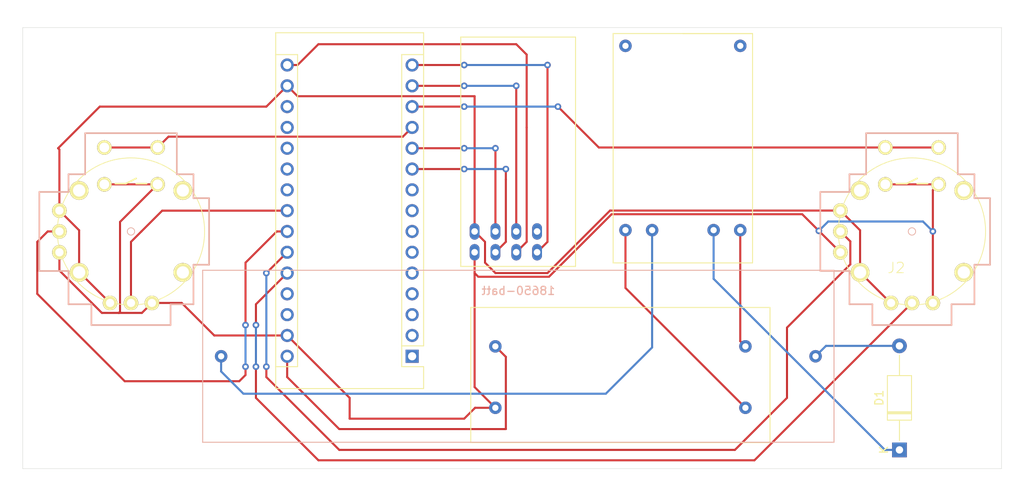
<source format=kicad_pcb>
(kicad_pcb (version 20171130) (host pcbnew 5.1.6-c6e7f7d~87~ubuntu18.04.1)

  (general
    (thickness 1.6)
    (drawings 4)
    (tracks 176)
    (zones 0)
    (modules 12)
    (nets 39)
  )

  (page A4)
  (layers
    (0 F.Cu signal)
    (31 B.Cu signal)
    (32 B.Adhes user)
    (33 F.Adhes user)
    (34 B.Paste user)
    (35 F.Paste user)
    (36 B.SilkS user)
    (37 F.SilkS user)
    (38 B.Mask user)
    (39 F.Mask user)
    (40 Dwgs.User user)
    (41 Cmts.User user)
    (42 Eco1.User user)
    (43 Eco2.User user)
    (44 Edge.Cuts user)
    (45 Margin user)
    (46 B.CrtYd user)
    (47 F.CrtYd user)
    (48 B.Fab user)
    (49 F.Fab user)
  )

  (setup
    (last_trace_width 0.25)
    (trace_clearance 0.2)
    (zone_clearance 0.508)
    (zone_45_only no)
    (trace_min 0.2)
    (via_size 0.8)
    (via_drill 0.4)
    (via_min_size 0.4)
    (via_min_drill 0.3)
    (uvia_size 0.3)
    (uvia_drill 0.1)
    (uvias_allowed no)
    (uvia_min_size 0.2)
    (uvia_min_drill 0.1)
    (edge_width 0.05)
    (segment_width 0.2)
    (pcb_text_width 0.3)
    (pcb_text_size 1.5 1.5)
    (mod_edge_width 0.12)
    (mod_text_size 1 1)
    (mod_text_width 0.15)
    (pad_size 1.524 1.524)
    (pad_drill 0.762)
    (pad_to_mask_clearance 0.05)
    (aux_axis_origin 0 0)
    (visible_elements FFFFFF7F)
    (pcbplotparams
      (layerselection 0x010fc_ffffffff)
      (usegerberextensions false)
      (usegerberattributes true)
      (usegerberadvancedattributes true)
      (creategerberjobfile true)
      (excludeedgelayer true)
      (linewidth 0.100000)
      (plotframeref false)
      (viasonmask false)
      (mode 1)
      (useauxorigin false)
      (hpglpennumber 1)
      (hpglpenspeed 20)
      (hpglpendiameter 15.000000)
      (psnegative false)
      (psa4output false)
      (plotreference true)
      (plotvalue true)
      (plotinvisibletext false)
      (padsonsilk false)
      (subtractmaskfromsilk false)
      (outputformat 1)
      (mirror false)
      (drillshape 1)
      (scaleselection 1)
      (outputdirectory ""))
  )

  (net 0 "")
  (net 1 "Net-(A1-Pad16)")
  (net 2 "Net-(A1-Pad15)")
  (net 3 "Net-(A1-Pad30)")
  (net 4 "Net-(A1-Pad14)")
  (net 5 "Net-(A1-Pad29)")
  (net 6 "Net-(A1-Pad13)")
  (net 7 "Net-(A1-Pad28)")
  (net 8 "Net-(A1-Pad12)")
  (net 9 "Net-(A1-Pad27)")
  (net 10 "Net-(A1-Pad11)")
  (net 11 "Net-(A1-Pad26)")
  (net 12 "Net-(A1-Pad10)")
  (net 13 "Net-(A1-Pad25)")
  (net 14 "Net-(A1-Pad9)")
  (net 15 "Net-(A1-Pad24)")
  (net 16 "Net-(A1-Pad8)")
  (net 17 "Net-(A1-Pad23)")
  (net 18 "Net-(A1-Pad7)")
  (net 19 "Net-(A1-Pad22)")
  (net 20 "Net-(A1-Pad6)")
  (net 21 "Net-(A1-Pad21)")
  (net 22 "Net-(A1-Pad5)")
  (net 23 "Net-(A1-Pad20)")
  (net 24 "Net-(A1-Pad4)")
  (net 25 "Net-(A1-Pad19)")
  (net 26 "Net-(A1-Pad3)")
  (net 27 "Net-(A1-Pad18)")
  (net 28 "Net-(A1-Pad2)")
  (net 29 "Net-(A1-Pad17)")
  (net 30 "Net-(A1-Pad1)")
  (net 31 "Net-(U2-Pad5)")
  (net 32 "Net-(U2-Pad3)")
  (net 33 "Net-(U2-Pad2)")
  (net 34 "Net-(U2-Pad1)")
  (net 35 "Net-(U1-Pad8)")
  (net 36 "Net-(U2-Pad6)")
  (net 37 "Net-(D1-Pad1)")
  (net 38 "Net-(D1-Pad2)")

  (net_class Default "This is the default net class."
    (clearance 0.2)
    (trace_width 0.25)
    (via_dia 0.8)
    (via_drill 0.4)
    (uvia_dia 0.3)
    (uvia_drill 0.1)
    (add_net "Net-(A1-Pad1)")
    (add_net "Net-(A1-Pad10)")
    (add_net "Net-(A1-Pad11)")
    (add_net "Net-(A1-Pad12)")
    (add_net "Net-(A1-Pad13)")
    (add_net "Net-(A1-Pad14)")
    (add_net "Net-(A1-Pad15)")
    (add_net "Net-(A1-Pad16)")
    (add_net "Net-(A1-Pad17)")
    (add_net "Net-(A1-Pad18)")
    (add_net "Net-(A1-Pad19)")
    (add_net "Net-(A1-Pad2)")
    (add_net "Net-(A1-Pad20)")
    (add_net "Net-(A1-Pad21)")
    (add_net "Net-(A1-Pad22)")
    (add_net "Net-(A1-Pad23)")
    (add_net "Net-(A1-Pad24)")
    (add_net "Net-(A1-Pad25)")
    (add_net "Net-(A1-Pad26)")
    (add_net "Net-(A1-Pad27)")
    (add_net "Net-(A1-Pad28)")
    (add_net "Net-(A1-Pad29)")
    (add_net "Net-(A1-Pad3)")
    (add_net "Net-(A1-Pad30)")
    (add_net "Net-(A1-Pad4)")
    (add_net "Net-(A1-Pad5)")
    (add_net "Net-(A1-Pad6)")
    (add_net "Net-(A1-Pad7)")
    (add_net "Net-(A1-Pad8)")
    (add_net "Net-(A1-Pad9)")
    (add_net "Net-(D1-Pad1)")
    (add_net "Net-(D1-Pad2)")
    (add_net "Net-(U1-Pad8)")
    (add_net "Net-(U2-Pad1)")
    (add_net "Net-(U2-Pad2)")
    (add_net "Net-(U2-Pad3)")
    (add_net "Net-(U2-Pad5)")
    (add_net "Net-(U2-Pad6)")
  )

  (module Diode_THT:D_A-405_P12.70mm_Horizontal (layer F.Cu) (tedit 5AE50CD5) (tstamp 5F6893B8)
    (at 200.406 125.73 90)
    (descr "Diode, A-405 series, Axial, Horizontal, pin pitch=12.7mm, , length*diameter=5.2*2.7mm^2, , http://www.diodes.com/_files/packages/A-405.pdf")
    (tags "Diode A-405 series Axial Horizontal pin pitch 12.7mm  length 5.2mm diameter 2.7mm")
    (path /5F6E4965)
    (fp_text reference D1 (at 6.35 -2.47 90) (layer F.SilkS)
      (effects (font (size 1 1) (thickness 0.15)))
    )
    (fp_text value D_Schottky (at 6.35 2.47 90) (layer F.Fab)
      (effects (font (size 1 1) (thickness 0.15)))
    )
    (fp_text user K (at 0 -1.9 90) (layer F.SilkS)
      (effects (font (size 1 1) (thickness 0.15)))
    )
    (fp_text user K (at 0 -1.9 90) (layer F.Fab)
      (effects (font (size 1 1) (thickness 0.15)))
    )
    (fp_text user %R (at 6.74 0 90) (layer F.Fab)
      (effects (font (size 1 1) (thickness 0.15)))
    )
    (fp_line (start 3.75 -1.35) (end 3.75 1.35) (layer F.Fab) (width 0.1))
    (fp_line (start 3.75 1.35) (end 8.95 1.35) (layer F.Fab) (width 0.1))
    (fp_line (start 8.95 1.35) (end 8.95 -1.35) (layer F.Fab) (width 0.1))
    (fp_line (start 8.95 -1.35) (end 3.75 -1.35) (layer F.Fab) (width 0.1))
    (fp_line (start 0 0) (end 3.75 0) (layer F.Fab) (width 0.1))
    (fp_line (start 12.7 0) (end 8.95 0) (layer F.Fab) (width 0.1))
    (fp_line (start 4.53 -1.35) (end 4.53 1.35) (layer F.Fab) (width 0.1))
    (fp_line (start 4.63 -1.35) (end 4.63 1.35) (layer F.Fab) (width 0.1))
    (fp_line (start 4.43 -1.35) (end 4.43 1.35) (layer F.Fab) (width 0.1))
    (fp_line (start 3.63 -1.47) (end 3.63 1.47) (layer F.SilkS) (width 0.12))
    (fp_line (start 3.63 1.47) (end 9.07 1.47) (layer F.SilkS) (width 0.12))
    (fp_line (start 9.07 1.47) (end 9.07 -1.47) (layer F.SilkS) (width 0.12))
    (fp_line (start 9.07 -1.47) (end 3.63 -1.47) (layer F.SilkS) (width 0.12))
    (fp_line (start 1.14 0) (end 3.63 0) (layer F.SilkS) (width 0.12))
    (fp_line (start 11.56 0) (end 9.07 0) (layer F.SilkS) (width 0.12))
    (fp_line (start 4.53 -1.47) (end 4.53 1.47) (layer F.SilkS) (width 0.12))
    (fp_line (start 4.65 -1.47) (end 4.65 1.47) (layer F.SilkS) (width 0.12))
    (fp_line (start 4.41 -1.47) (end 4.41 1.47) (layer F.SilkS) (width 0.12))
    (fp_line (start -1.15 -1.6) (end -1.15 1.6) (layer F.CrtYd) (width 0.05))
    (fp_line (start -1.15 1.6) (end 13.85 1.6) (layer F.CrtYd) (width 0.05))
    (fp_line (start 13.85 1.6) (end 13.85 -1.6) (layer F.CrtYd) (width 0.05))
    (fp_line (start 13.85 -1.6) (end -1.15 -1.6) (layer F.CrtYd) (width 0.05))
    (pad 2 thru_hole oval (at 12.7 0 90) (size 1.8 1.8) (drill 0.9) (layers *.Cu *.Mask)
      (net 38 "Net-(D1-Pad2)"))
    (pad 1 thru_hole rect (at 0 0 90) (size 1.8 1.8) (drill 0.9) (layers *.Cu *.Mask)
      (net 37 "Net-(D1-Pad1)"))
    (model ${KISYS3DMOD}/Diode_THT.3dshapes/D_A-405_P12.70mm_Horizontal.wrl
      (at (xyz 0 0 0))
      (scale (xyz 1 1 1))
      (rotate (xyz 0 0 0))
    )
  )

  (module cad-parts:18650-batt (layer B.Cu) (tedit 5F670EAD) (tstamp 5F684466)
    (at 153.924 114.3 180)
    (path /5F6CCA6F)
    (fp_text reference U4 (at 0.25 -3.25) (layer F.SilkS) hide
      (effects (font (size 1 1) (thickness 0.15)))
    )
    (fp_text value 18650-batt (at 0 8) (layer B.SilkS)
      (effects (font (size 1 1) (thickness 0.15)) (justify mirror))
    )
    (fp_line (start -38.5 10.5) (end 38.5 10.5) (layer B.SilkS) (width 0.12))
    (fp_line (start 38.5 10.5) (end 38.5 -10.5) (layer B.SilkS) (width 0.12))
    (fp_line (start 38.5 -10.5) (end -38.5 -10.5) (layer B.SilkS) (width 0.12))
    (fp_line (start -38.5 -10.5) (end -38.5 10.5) (layer B.SilkS) (width 0.12))
    (pad 2 thru_hole circle (at -36.25 0 180) (size 1.524 1.524) (drill 0.762) (layers *.Cu *.Mask)
      (net 38 "Net-(D1-Pad2)"))
    (pad 1 thru_hole circle (at 36.25 0 180) (size 1.524 1.524) (drill 0.762) (layers *.Cu *.Mask)
      (net 31 "Net-(U2-Pad5)"))
  )

  (module MountingHole:MountingHole_4mm (layer F.Cu) (tedit 56D1B4CB) (tstamp 5F67E8C6)
    (at 208.28 123.444)
    (descr "Mounting Hole 4mm, no annular")
    (tags "mounting hole 4mm no annular")
    (attr virtual)
    (fp_text reference REF** (at 0 -5) (layer F.SilkS) hide
      (effects (font (size 1 1) (thickness 0.15)))
    )
    (fp_text value MountingHole_4mm (at 0 5) (layer F.Fab)
      (effects (font (size 1 1) (thickness 0.15)))
    )
    (fp_circle (center 0 0) (end 4 0) (layer Cmts.User) (width 0.15))
    (fp_circle (center 0 0) (end 4.25 0) (layer F.CrtYd) (width 0.05))
    (fp_text user %R (at 0.3 0) (layer F.Fab)
      (effects (font (size 1 1) (thickness 0.15)))
    )
    (pad 1 np_thru_hole circle (at 0 0) (size 4 4) (drill 4) (layers *.Cu *.Mask))
  )

  (module MountingHole:MountingHole_4mm (layer F.Cu) (tedit 56D1B4CB) (tstamp 5F67E8A6)
    (at 208.28 78.74)
    (descr "Mounting Hole 4mm, no annular")
    (tags "mounting hole 4mm no annular")
    (attr virtual)
    (fp_text reference REF** (at -7.62 -0.508) (layer F.SilkS) hide
      (effects (font (size 1 1) (thickness 0.15)))
    )
    (fp_text value MountingHole_4mm (at 0 5) (layer F.Fab)
      (effects (font (size 1 1) (thickness 0.15)))
    )
    (fp_circle (center 0 0) (end 4 0) (layer Cmts.User) (width 0.15))
    (fp_circle (center 0 0) (end 4.25 0) (layer F.CrtYd) (width 0.05))
    (fp_text user %R (at 0.3 0) (layer F.Fab)
      (effects (font (size 1 1) (thickness 0.15)))
    )
    (pad 1 np_thru_hole circle (at 0 0) (size 4 4) (drill 4) (layers *.Cu *.Mask))
  )

  (module MountingHole:MountingHole_4mm (layer F.Cu) (tedit 56D1B4CB) (tstamp 5F67E8A6)
    (at 98.044 123.444)
    (descr "Mounting Hole 4mm, no annular")
    (tags "mounting hole 4mm no annular")
    (attr virtual)
    (fp_text reference REF** (at 0 -5) (layer F.SilkS) hide
      (effects (font (size 1 1) (thickness 0.15)))
    )
    (fp_text value MountingHole_4mm (at 0 5) (layer F.Fab)
      (effects (font (size 1 1) (thickness 0.15)))
    )
    (fp_circle (center 0 0) (end 4 0) (layer Cmts.User) (width 0.15))
    (fp_circle (center 0 0) (end 4.25 0) (layer F.CrtYd) (width 0.05))
    (fp_text user %R (at 0.3 0) (layer F.Fab)
      (effects (font (size 1 1) (thickness 0.15)))
    )
    (pad 1 np_thru_hole circle (at 0 0) (size 4 4) (drill 4) (layers *.Cu *.Mask))
  )

  (module MountingHole:MountingHole_4mm (layer F.Cu) (tedit 56D1B4CB) (tstamp 5F67E649)
    (at 98.044 78.74)
    (descr "Mounting Hole 4mm, no annular")
    (tags "mounting hole 4mm no annular")
    (attr virtual)
    (fp_text reference REF** (at 0 -5) (layer F.SilkS) hide
      (effects (font (size 1 1) (thickness 0.15)))
    )
    (fp_text value MountingHole_4mm (at 0 5) (layer F.Fab)
      (effects (font (size 1 1) (thickness 0.15)))
    )
    (fp_text user %R (at 0.3 0) (layer F.Fab)
      (effects (font (size 1 1) (thickness 0.15)))
    )
    (fp_circle (center 0 0) (end 4 0) (layer Cmts.User) (width 0.15))
    (fp_circle (center 0 0) (end 4.25 0) (layer F.CrtYd) (width 0.05))
    (pad 1 np_thru_hole circle (at 0 0) (size 4 4) (drill 4) (layers *.Cu *.Mask))
  )

  (module cad-parts:nRF24 (layer F.Cu) (tedit 5F66FAA4) (tstamp 5F67CB84)
    (at 152.4 100.33)
    (path /5F508671)
    (fp_text reference U1 (at -5.91 0 90) (layer F.SilkS) hide
      (effects (font (size 1 1) (thickness 0.15)))
    )
    (fp_text value nRF24 (at 0 -3.81) (layer F.Fab)
      (effects (font (size 1 1) (thickness 0.15)))
    )
    (fp_line (start -5.5 -25) (end 8.5 -25) (layer F.SilkS) (width 0.12))
    (fp_line (start -5.5 2.5) (end -5.5 -25) (layer F.SilkS) (width 0.12))
    (fp_line (start 8.5 3) (end 8.5 -25) (layer F.SilkS) (width 0.12))
    (fp_line (start -5.5 3) (end 8.5 3) (layer F.SilkS) (width 0.12))
    (fp_line (start -5.5 2.5) (end -5.5 3) (layer F.SilkS) (width 0.12))
    (fp_line (start -4.66 -2.52) (end 4.66 -2.52) (layer F.CrtYd) (width 0.05))
    (fp_line (start 4.66 -2.52) (end 4.66 2.52) (layer F.CrtYd) (width 0.05))
    (fp_line (start 4.66 2.52) (end -4.66 2.52) (layer F.CrtYd) (width 0.05))
    (fp_line (start -4.66 2.52) (end -4.66 -2.52) (layer F.CrtYd) (width 0.05))
    (pad 7 thru_hole oval (at 3.81 1.27) (size 1.2 2) (drill 0.8) (layers *.Cu *.Mask)
      (net 2 "Net-(A1-Pad15)"))
    (pad 8 thru_hole oval (at 3.81 -1.27) (size 1.2 2) (drill 0.8) (layers *.Cu *.Mask)
      (net 35 "Net-(U1-Pad8)"))
    (pad 5 thru_hole oval (at 1.27 1.27) (size 1.2 2) (drill 0.8) (layers *.Cu *.Mask)
      (net 1 "Net-(A1-Pad16)"))
    (pad 6 thru_hole oval (at 1.27 -1.27) (size 1.2 2) (drill 0.8) (layers *.Cu *.Mask)
      (net 4 "Net-(A1-Pad14)"))
    (pad 3 thru_hole oval (at -1.27 1.27) (size 1.2 2) (drill 0.8) (layers *.Cu *.Mask)
      (net 12 "Net-(A1-Pad10)"))
    (pad 4 thru_hole oval (at -1.27 -1.27) (size 1.2 2) (drill 0.8) (layers *.Cu *.Mask)
      (net 10 "Net-(A1-Pad11)"))
    (pad 1 thru_hole oval (at -3.81 1.27) (size 1.2 2) (drill 0.8) (layers *.Cu *.Mask)
      (net 5 "Net-(A1-Pad29)"))
    (pad 2 thru_hole oval (at -3.81 -1.27) (size 1.2 2) (drill 0.8) (layers *.Cu *.Mask)
      (net 29 "Net-(A1-Pad17)"))
  )

  (module cad-parts:dc-converter (layer F.Cu) (tedit 5F66F47D) (tstamp 5F67A875)
    (at 166.37 116.84)
    (path /5F69BA43)
    (fp_text reference U3 (at 0.5 1.5) (layer F.SilkS) hide
      (effects (font (size 1 1) (thickness 0.15)))
    )
    (fp_text value dc-converter (at 0.25 -1) (layer F.Fab)
      (effects (font (size 1 1) (thickness 0.15)))
    )
    (fp_line (start -18.25 -8.5) (end 18.25 -8.5) (layer F.SilkS) (width 0.12))
    (fp_line (start 18.25 -8.5) (end 18.25 8) (layer F.SilkS) (width 0.12))
    (fp_line (start -18.25 -8.5) (end -18.25 8) (layer F.SilkS) (width 0.12))
    (fp_line (start -18.25 8) (end 18.25 8) (layer F.SilkS) (width 0.12))
    (pad 4 thru_hole circle (at -15.25 3.75) (size 1.524 1.524) (drill 0.762) (layers *.Cu *.Mask)
      (net 5 "Net-(A1-Pad29)"))
    (pad 3 thru_hole circle (at -15.25 -3.75) (size 1.524 1.524) (drill 0.762) (layers *.Cu *.Mask)
      (net 3 "Net-(A1-Pad30)"))
    (pad 2 thru_hole circle (at 15.25 3.75) (size 1.524 1.524) (drill 0.762) (layers *.Cu *.Mask)
      (net 36 "Net-(U2-Pad6)"))
    (pad 1 thru_hole circle (at 15.25 -3.75) (size 1.524 1.524) (drill 0.762) (layers *.Cu *.Mask)
      (net 32 "Net-(U2-Pad3)"))
  )

  (module cad-parts:TC4056A-MOD (layer F.Cu) (tedit 5F66FC85) (tstamp 5F678EC7)
    (at 173.99 88.9)
    (path /5F679D5C)
    (fp_text reference U2 (at 0.254 -11.684) (layer F.SilkS) hide
      (effects (font (size 1 1) (thickness 0.15)))
    )
    (fp_text value TC4056-MOD (at 0 -17.25) (layer F.Fab)
      (effects (font (size 1 1) (thickness 0.15)))
    )
    (fp_line (start 0 -14) (end 8.5 -14) (layer F.SilkS) (width 0.12))
    (fp_line (start 8.5 -14) (end 0 -14) (layer F.SilkS) (width 0.12))
    (fp_line (start 0 -14) (end -8.5 -14) (layer F.SilkS) (width 0.12))
    (fp_line (start -8.5 -14) (end -8.5 14) (layer F.SilkS) (width 0.12))
    (fp_line (start 8.5 -14) (end 8.5 14) (layer F.SilkS) (width 0.12))
    (fp_line (start 8.5 14) (end -8.5 14) (layer F.SilkS) (width 0.12))
    (pad 5 thru_hole circle (at -3.75 10) (size 1.524 1.524) (drill 0.762) (layers *.Cu *.Mask)
      (net 31 "Net-(U2-Pad5)"))
    (pad 6 thru_hole circle (at -7 10) (size 1.524 1.524) (drill 0.762) (layers *.Cu *.Mask)
      (net 36 "Net-(U2-Pad6)"))
    (pad 4 thru_hole circle (at 3.75 10) (size 1.524 1.524) (drill 0.762) (layers *.Cu *.Mask)
      (net 37 "Net-(D1-Pad1)"))
    (pad 3 thru_hole circle (at 7 10) (size 1.524 1.524) (drill 0.762) (layers *.Cu *.Mask)
      (net 32 "Net-(U2-Pad3)"))
    (pad 2 thru_hole circle (at 7 -12.5) (size 1.524 1.524) (drill 0.762) (layers *.Cu *.Mask)
      (net 33 "Net-(U2-Pad2)"))
    (pad 1 thru_hole circle (at -7 -12.5) (size 1.524 1.524) (drill 0.762) (layers *.Cu *.Mask)
      (net 34 "Net-(U2-Pad1)"))
  )

  (module Module:Arduino_Nano (layer F.Cu) (tedit 58ACAF70) (tstamp 5F50ECE2)
    (at 140.97 114.3 180)
    (descr "Arduino Nano, http://www.mouser.com/pdfdocs/Gravitech_Arduino_Nano3_0.pdf")
    (tags "Arduino Nano")
    (path /5F50914A)
    (fp_text reference A1 (at 7.62 -5.08) (layer F.SilkS) hide
      (effects (font (size 1 1) (thickness 0.15)))
    )
    (fp_text value Arduino_Nano_v2.x (at 8.89 19.05 90) (layer F.Fab)
      (effects (font (size 1 1) (thickness 0.15)))
    )
    (fp_line (start 1.27 1.27) (end 1.27 -1.27) (layer F.SilkS) (width 0.12))
    (fp_line (start 1.27 -1.27) (end -1.4 -1.27) (layer F.SilkS) (width 0.12))
    (fp_line (start -1.4 1.27) (end -1.4 39.5) (layer F.SilkS) (width 0.12))
    (fp_line (start -1.4 -3.94) (end -1.4 -1.27) (layer F.SilkS) (width 0.12))
    (fp_line (start 13.97 -1.27) (end 16.64 -1.27) (layer F.SilkS) (width 0.12))
    (fp_line (start 13.97 -1.27) (end 13.97 36.83) (layer F.SilkS) (width 0.12))
    (fp_line (start 13.97 36.83) (end 16.64 36.83) (layer F.SilkS) (width 0.12))
    (fp_line (start 1.27 1.27) (end -1.4 1.27) (layer F.SilkS) (width 0.12))
    (fp_line (start 1.27 1.27) (end 1.27 36.83) (layer F.SilkS) (width 0.12))
    (fp_line (start 1.27 36.83) (end -1.4 36.83) (layer F.SilkS) (width 0.12))
    (fp_line (start 3.81 31.75) (end 11.43 31.75) (layer F.Fab) (width 0.1))
    (fp_line (start 11.43 31.75) (end 11.43 41.91) (layer F.Fab) (width 0.1))
    (fp_line (start 11.43 41.91) (end 3.81 41.91) (layer F.Fab) (width 0.1))
    (fp_line (start 3.81 41.91) (end 3.81 31.75) (layer F.Fab) (width 0.1))
    (fp_line (start -1.4 39.5) (end 16.64 39.5) (layer F.SilkS) (width 0.12))
    (fp_line (start 16.64 39.5) (end 16.64 -3.94) (layer F.SilkS) (width 0.12))
    (fp_line (start 16.64 -3.94) (end -1.4 -3.94) (layer F.SilkS) (width 0.12))
    (fp_line (start 16.51 39.37) (end -1.27 39.37) (layer F.Fab) (width 0.1))
    (fp_line (start -1.27 39.37) (end -1.27 -2.54) (layer F.Fab) (width 0.1))
    (fp_line (start -1.27 -2.54) (end 0 -3.81) (layer F.Fab) (width 0.1))
    (fp_line (start 0 -3.81) (end 16.51 -3.81) (layer F.Fab) (width 0.1))
    (fp_line (start 16.51 -3.81) (end 16.51 39.37) (layer F.Fab) (width 0.1))
    (fp_line (start -1.53 -4.06) (end 16.75 -4.06) (layer F.CrtYd) (width 0.05))
    (fp_line (start -1.53 -4.06) (end -1.53 42.16) (layer F.CrtYd) (width 0.05))
    (fp_line (start 16.75 42.16) (end 16.75 -4.06) (layer F.CrtYd) (width 0.05))
    (fp_line (start 16.75 42.16) (end -1.53 42.16) (layer F.CrtYd) (width 0.05))
    (fp_text user %R (at 6.35 19.05 90) (layer F.Fab)
      (effects (font (size 1 1) (thickness 0.15)))
    )
    (pad 16 thru_hole oval (at 15.24 35.56 180) (size 1.6 1.6) (drill 1) (layers *.Cu *.Mask)
      (net 1 "Net-(A1-Pad16)"))
    (pad 15 thru_hole oval (at 0 35.56 180) (size 1.6 1.6) (drill 1) (layers *.Cu *.Mask)
      (net 2 "Net-(A1-Pad15)"))
    (pad 30 thru_hole oval (at 15.24 0 180) (size 1.6 1.6) (drill 1) (layers *.Cu *.Mask)
      (net 3 "Net-(A1-Pad30)"))
    (pad 14 thru_hole oval (at 0 33.02 180) (size 1.6 1.6) (drill 1) (layers *.Cu *.Mask)
      (net 4 "Net-(A1-Pad14)"))
    (pad 29 thru_hole oval (at 15.24 2.54 180) (size 1.6 1.6) (drill 1) (layers *.Cu *.Mask)
      (net 5 "Net-(A1-Pad29)"))
    (pad 13 thru_hole oval (at 0 30.48 180) (size 1.6 1.6) (drill 1) (layers *.Cu *.Mask)
      (net 6 "Net-(A1-Pad13)"))
    (pad 28 thru_hole oval (at 15.24 5.08 180) (size 1.6 1.6) (drill 1) (layers *.Cu *.Mask)
      (net 7 "Net-(A1-Pad28)"))
    (pad 12 thru_hole oval (at 0 27.94 180) (size 1.6 1.6) (drill 1) (layers *.Cu *.Mask)
      (net 8 "Net-(A1-Pad12)"))
    (pad 27 thru_hole oval (at 15.24 7.62 180) (size 1.6 1.6) (drill 1) (layers *.Cu *.Mask)
      (net 9 "Net-(A1-Pad27)"))
    (pad 11 thru_hole oval (at 0 25.4 180) (size 1.6 1.6) (drill 1) (layers *.Cu *.Mask)
      (net 10 "Net-(A1-Pad11)"))
    (pad 26 thru_hole oval (at 15.24 10.16 180) (size 1.6 1.6) (drill 1) (layers *.Cu *.Mask)
      (net 11 "Net-(A1-Pad26)"))
    (pad 10 thru_hole oval (at 0 22.86 180) (size 1.6 1.6) (drill 1) (layers *.Cu *.Mask)
      (net 12 "Net-(A1-Pad10)"))
    (pad 25 thru_hole oval (at 15.24 12.7 180) (size 1.6 1.6) (drill 1) (layers *.Cu *.Mask)
      (net 13 "Net-(A1-Pad25)"))
    (pad 9 thru_hole oval (at 0 20.32 180) (size 1.6 1.6) (drill 1) (layers *.Cu *.Mask)
      (net 14 "Net-(A1-Pad9)"))
    (pad 24 thru_hole oval (at 15.24 15.24 180) (size 1.6 1.6) (drill 1) (layers *.Cu *.Mask)
      (net 15 "Net-(A1-Pad24)"))
    (pad 8 thru_hole oval (at 0 17.78 180) (size 1.6 1.6) (drill 1) (layers *.Cu *.Mask)
      (net 16 "Net-(A1-Pad8)"))
    (pad 23 thru_hole oval (at 15.24 17.78 180) (size 1.6 1.6) (drill 1) (layers *.Cu *.Mask)
      (net 17 "Net-(A1-Pad23)"))
    (pad 7 thru_hole oval (at 0 15.24 180) (size 1.6 1.6) (drill 1) (layers *.Cu *.Mask)
      (net 18 "Net-(A1-Pad7)"))
    (pad 22 thru_hole oval (at 15.24 20.32 180) (size 1.6 1.6) (drill 1) (layers *.Cu *.Mask)
      (net 19 "Net-(A1-Pad22)"))
    (pad 6 thru_hole oval (at 0 12.7 180) (size 1.6 1.6) (drill 1) (layers *.Cu *.Mask)
      (net 20 "Net-(A1-Pad6)"))
    (pad 21 thru_hole oval (at 15.24 22.86 180) (size 1.6 1.6) (drill 1) (layers *.Cu *.Mask)
      (net 21 "Net-(A1-Pad21)"))
    (pad 5 thru_hole oval (at 0 10.16 180) (size 1.6 1.6) (drill 1) (layers *.Cu *.Mask)
      (net 22 "Net-(A1-Pad5)"))
    (pad 20 thru_hole oval (at 15.24 25.4 180) (size 1.6 1.6) (drill 1) (layers *.Cu *.Mask)
      (net 23 "Net-(A1-Pad20)"))
    (pad 4 thru_hole oval (at 0 7.62 180) (size 1.6 1.6) (drill 1) (layers *.Cu *.Mask)
      (net 24 "Net-(A1-Pad4)"))
    (pad 19 thru_hole oval (at 15.24 27.94 180) (size 1.6 1.6) (drill 1) (layers *.Cu *.Mask)
      (net 25 "Net-(A1-Pad19)"))
    (pad 3 thru_hole oval (at 0 5.08 180) (size 1.6 1.6) (drill 1) (layers *.Cu *.Mask)
      (net 26 "Net-(A1-Pad3)"))
    (pad 18 thru_hole oval (at 15.24 30.48 180) (size 1.6 1.6) (drill 1) (layers *.Cu *.Mask)
      (net 27 "Net-(A1-Pad18)"))
    (pad 2 thru_hole oval (at 0 2.54 180) (size 1.6 1.6) (drill 1) (layers *.Cu *.Mask)
      (net 28 "Net-(A1-Pad2)"))
    (pad 17 thru_hole oval (at 15.24 33.02 180) (size 1.6 1.6) (drill 1) (layers *.Cu *.Mask)
      (net 29 "Net-(A1-Pad17)"))
    (pad 1 thru_hole rect (at 0 0 180) (size 1.6 1.6) (drill 1) (layers *.Cu *.Mask)
      (net 30 "Net-(A1-Pad1)"))
    (model ${KISYS3DMOD}/Module.3dshapes/Arduino_Nano_WithMountingHoles.wrl
      (at (xyz 0 0 0))
      (scale (xyz 1 1 1))
      (rotate (xyz 0 0 0))
    )
  )

  (module cad-parts:JOYSTICK-ALPS (layer F.Cu) (tedit 5F508F32) (tstamp 5F50F288)
    (at 106.68 99.06)
    (path /5F50A4B2)
    (attr virtual)
    (fp_text reference J1 (at -1.905 4.445) (layer B.SilkS) hide
      (effects (font (size 1.27 1.27) (thickness 0.1016)))
    )
    (fp_text value JOYSTICK-ALPS (at -0.254 1.524) (layer B.SilkS) hide
      (effects (font (size 1.27 1.27) (thickness 0.1016)))
    )
    (fp_circle (center 0 0) (end -6.35 6.35) (layer F.SilkS) (width 0.1016))
    (fp_circle (center 0 0) (end -0.3175 0.3175) (layer B.SilkS) (width 0.1016))
    (fp_line (start 0.635 -5.84) (end 1.905 -5.84) (layer F.SilkS) (width 0.2032))
    (fp_line (start -0.635 -5.84) (end 0.635 -6.475) (layer F.SilkS) (width 0.2032))
    (fp_line (start -1.905 -5.84) (end -0.635 -5.84) (layer F.SilkS) (width 0.2032))
    (fp_line (start -7.62 4.826) (end -7.62 8.89) (layer B.SilkS) (width 0.2032))
    (fp_line (start -7.62 -4.826) (end -7.62 -6.985) (layer B.SilkS) (width 0.2032))
    (fp_line (start -11.176 -4.826) (end -11.176 4.826) (layer B.SilkS) (width 0.2032))
    (fp_line (start -7.62 4.826) (end -11.176 4.826) (layer B.SilkS) (width 0.2032))
    (fp_line (start -7.62 -4.826) (end -11.176 -4.826) (layer B.SilkS) (width 0.2032))
    (fp_line (start -5.588 -12) (end -5.588 -6.985) (layer B.SilkS) (width 0.2032))
    (fp_line (start 5.588 -12) (end 5.588 -6.985) (layer B.SilkS) (width 0.2032))
    (fp_line (start -5.588 -6.985) (end -7.62 -6.985) (layer B.SilkS) (width 0.2032))
    (fp_line (start 7.62 -6.985) (end 5.588 -6.985) (layer B.SilkS) (width 0.2032))
    (fp_line (start 7.62 4.064) (end 9.525 4.064) (layer B.SilkS) (width 0.2032))
    (fp_line (start 7.62 -4.064) (end 9.525 -4.064) (layer B.SilkS) (width 0.2032))
    (fp_line (start 7.62 4.064) (end 7.62 8.89) (layer B.SilkS) (width 0.2032))
    (fp_line (start 7.62 -4.064) (end 7.62 -6.985) (layer B.SilkS) (width 0.2032))
    (fp_line (start 9.525 -4.064) (end 9.525 4.064) (layer B.SilkS) (width 0.2032))
    (fp_line (start -4.826 8.89) (end -7.62 8.89) (layer B.SilkS) (width 0.2032))
    (fp_line (start 4.826 8.89) (end 7.62 8.89) (layer B.SilkS) (width 0.2032))
    (fp_line (start -4.826 11.43) (end -4.826 8.89) (layer B.SilkS) (width 0.2032))
    (fp_line (start 4.826 11.43) (end 4.826 8.89) (layer B.SilkS) (width 0.2032))
    (fp_line (start 4.826 11.43) (end -4.826 11.43) (layer B.SilkS) (width 0.2032))
    (fp_line (start 5.588 -12) (end -5.588 -12) (layer B.SilkS) (width 0.2032))
    (pad 4 thru_hole circle (at -8.73 2.55) (size 1.778 1.778) (drill 1) (layers *.Cu F.Paste F.SilkS F.Mask)
      (net 5 "Net-(A1-Pad29)"))
    (pad 1 thru_hole circle (at -8.73 0) (size 1.778 1.778) (drill 1) (layers *.Cu F.Paste F.SilkS F.Mask)
      (net 15 "Net-(A1-Pad24)"))
    (pad 0 thru_hole circle (at -8.732 -2.55) (size 1.778 1.778) (drill 1) (layers *.Cu F.Paste F.SilkS F.Mask)
      (net 29 "Net-(A1-Pad17)"))
    (pad MOUN thru_hole circle (at 6.325 -5) (size 2.286 2.286) (drill 1.5) (layers *.Cu F.Paste F.SilkS F.Mask))
    (pad MOUN thru_hole circle (at 6.325 5) (size 2.286 2.286) (drill 1.5) (layers *.Cu F.Paste F.SilkS F.Mask))
    (pad 0 thru_hole circle (at -6.325 5) (size 2.286 2.286) (drill 1.5) (layers *.Cu F.Paste F.SilkS F.Mask)
      (net 29 "Net-(A1-Pad17)"))
    (pad MOUN thru_hole circle (at -6.325 -5) (size 2.286 2.286) (drill 1.5) (layers *.Cu F.Paste F.SilkS F.Mask))
    (pad 4 thru_hole circle (at 2.55 8.73) (size 1.778 1.778) (drill 1) (layers *.Cu F.Paste F.SilkS F.Mask)
      (net 5 "Net-(A1-Pad29)"))
    (pad 2 thru_hole circle (at 0 8.73) (size 1.778 1.778) (drill 1) (layers *.Cu F.Paste F.SilkS F.Mask)
      (net 17 "Net-(A1-Pad23)"))
    (pad 0 thru_hole circle (at -2.55 8.73) (size 1.778 1.778) (drill 1) (layers *.Cu F.Paste F.SilkS F.Mask)
      (net 29 "Net-(A1-Pad17)"))
    (pad 4 thru_hole circle (at 3.25 -5.75) (size 1.778 1.778) (drill 1.2) (layers *.Cu F.Paste F.SilkS F.Mask)
      (net 5 "Net-(A1-Pad29)"))
    (pad 4 thru_hole circle (at -3.25 -5.75) (size 1.778 1.778) (drill 1.2) (layers *.Cu F.Paste F.SilkS F.Mask)
      (net 5 "Net-(A1-Pad29)"))
    (pad 3 thru_hole circle (at 3.25 -10.25) (size 1.778 1.778) (drill 1.2) (layers *.Cu F.Paste F.SilkS F.Mask)
      (net 8 "Net-(A1-Pad12)"))
    (pad 3 thru_hole circle (at -3.25 -10.25) (size 1.778 1.778) (drill 1.2) (layers *.Cu F.Paste F.SilkS F.Mask)
      (net 8 "Net-(A1-Pad12)"))
  )

  (module cad-parts:JOYSTICK-ALPS (layer F.Cu) (tedit 5F51AB0B) (tstamp 5F51ACDE)
    (at 201.93 99.06)
    (path /5F510B0B)
    (attr virtual)
    (fp_text reference J2 (at -1.905 4.445) (layer F.SilkS)
      (effects (font (size 1.27 1.27) (thickness 0.1016)))
    )
    (fp_text value JOYSTICK-ALPS (at -1.27 5.715) (layer F.SilkS) hide
      (effects (font (size 1.27 1.27) (thickness 0.1016)))
    )
    (fp_circle (center 0 0) (end -6.35 6.35) (layer F.SilkS) (width 0.1016))
    (fp_circle (center 0 0) (end -0.3175 0.3175) (layer B.SilkS) (width 0.1016))
    (fp_line (start 0.635 -5.84) (end 1.905 -5.84) (layer F.SilkS) (width 0.2032))
    (fp_line (start -0.635 -5.84) (end 0.635 -6.475) (layer F.SilkS) (width 0.2032))
    (fp_line (start -1.905 -5.84) (end -0.635 -5.84) (layer F.SilkS) (width 0.2032))
    (fp_line (start -7.62 4.826) (end -7.62 8.89) (layer B.SilkS) (width 0.2032))
    (fp_line (start -7.62 -4.826) (end -7.62 -6.985) (layer B.SilkS) (width 0.2032))
    (fp_line (start -11.176 -4.826) (end -11.176 4.826) (layer B.SilkS) (width 0.2032))
    (fp_line (start -7.62 4.826) (end -11.176 4.826) (layer B.SilkS) (width 0.2032))
    (fp_line (start -7.62 -4.826) (end -11.176 -4.826) (layer B.SilkS) (width 0.2032))
    (fp_line (start -5.588 -12) (end -5.588 -6.985) (layer B.SilkS) (width 0.2032))
    (fp_line (start 5.588 -12) (end 5.588 -6.985) (layer B.SilkS) (width 0.2032))
    (fp_line (start -5.588 -6.985) (end -7.62 -6.985) (layer B.SilkS) (width 0.2032))
    (fp_line (start 7.62 -6.985) (end 5.588 -6.985) (layer B.SilkS) (width 0.2032))
    (fp_line (start 7.62 4.064) (end 9.525 4.064) (layer B.SilkS) (width 0.2032))
    (fp_line (start 7.62 -4.064) (end 9.525 -4.064) (layer B.SilkS) (width 0.2032))
    (fp_line (start 7.62 4.064) (end 7.62 8.89) (layer B.SilkS) (width 0.2032))
    (fp_line (start 7.62 -4.064) (end 7.62 -6.985) (layer B.SilkS) (width 0.2032))
    (fp_line (start 9.525 -4.064) (end 9.525 4.064) (layer B.SilkS) (width 0.2032))
    (fp_line (start -4.826 8.89) (end -7.62 8.89) (layer B.SilkS) (width 0.2032))
    (fp_line (start 4.826 8.89) (end 7.62 8.89) (layer B.SilkS) (width 0.2032))
    (fp_line (start -4.826 11.43) (end -4.826 8.89) (layer B.SilkS) (width 0.2032))
    (fp_line (start 4.826 11.43) (end 4.826 8.89) (layer B.SilkS) (width 0.2032))
    (fp_line (start 4.826 11.43) (end -4.826 11.43) (layer B.SilkS) (width 0.2032))
    (fp_line (start 5.588 -12) (end -5.588 -12) (layer B.SilkS) (width 0.2032))
    (pad 4 thru_hole circle (at -8.73 2.55) (size 1.778 1.778) (drill 1) (layers *.Cu F.Paste F.SilkS F.Mask)
      (net 5 "Net-(A1-Pad29)"))
    (pad 1 thru_hole circle (at -8.73 0) (size 1.778 1.778) (drill 1) (layers *.Cu F.Paste F.SilkS F.Mask)
      (net 13 "Net-(A1-Pad25)"))
    (pad 0 thru_hole circle (at -8.732 -2.55) (size 1.778 1.778) (drill 1) (layers *.Cu F.Paste F.SilkS F.Mask)
      (net 29 "Net-(A1-Pad17)"))
    (pad MOUN thru_hole circle (at 6.325 -5) (size 2.286 2.286) (drill 1.5) (layers *.Cu F.Paste F.SilkS F.Mask))
    (pad MOUN thru_hole circle (at 6.325 5) (size 2.286 2.286) (drill 1.5) (layers *.Cu F.Paste F.SilkS F.Mask))
    (pad 0 thru_hole circle (at -6.325 5) (size 2.286 2.286) (drill 1.5) (layers *.Cu F.Paste F.SilkS F.Mask)
      (net 29 "Net-(A1-Pad17)"))
    (pad MOUN thru_hole circle (at -6.325 -5) (size 2.286 2.286) (drill 1.5) (layers *.Cu F.Paste F.SilkS F.Mask))
    (pad 4 thru_hole circle (at 2.55 8.73) (size 1.778 1.778) (drill 1) (layers *.Cu F.Paste F.SilkS F.Mask)
      (net 5 "Net-(A1-Pad29)"))
    (pad 2 thru_hole circle (at 0 8.73) (size 1.778 1.778) (drill 1) (layers *.Cu F.Paste F.SilkS F.Mask)
      (net 11 "Net-(A1-Pad26)"))
    (pad 0 thru_hole circle (at -2.55 8.73) (size 1.778 1.778) (drill 1) (layers *.Cu F.Paste F.SilkS F.Mask)
      (net 29 "Net-(A1-Pad17)"))
    (pad 4 thru_hole circle (at 3.25 -5.75) (size 1.778 1.778) (drill 1.2) (layers *.Cu F.Paste F.SilkS F.Mask)
      (net 5 "Net-(A1-Pad29)"))
    (pad 4 thru_hole circle (at -3.25 -5.75) (size 1.778 1.778) (drill 1.2) (layers *.Cu F.Paste F.SilkS F.Mask)
      (net 5 "Net-(A1-Pad29)"))
    (pad 3 thru_hole circle (at 3.25 -10.25) (size 1.778 1.778) (drill 1.2) (layers *.Cu F.Paste F.SilkS F.Mask)
      (net 6 "Net-(A1-Pad13)"))
    (pad 3 thru_hole circle (at -3.25 -10.25) (size 1.778 1.778) (drill 1.2) (layers *.Cu F.Paste F.SilkS F.Mask)
      (net 6 "Net-(A1-Pad13)"))
  )

  (gr_line (start 93.472 128.016) (end 93.472 74.168) (layer Edge.Cuts) (width 0.05))
  (gr_line (start 212.852 128.016) (end 93.472 128.016) (layer Edge.Cuts) (width 0.05))
  (gr_line (start 212.852 74.168) (end 212.852 128.016) (layer Edge.Cuts) (width 0.05))
  (gr_line (start 93.472 74.168) (end 212.852 74.168) (layer Edge.Cuts) (width 0.05))

  (segment (start 153.67 101.6) (end 154.94 100.33) (width 0.25) (layer F.Cu) (net 1))
  (segment (start 154.94 100.33) (end 154.94 86.36) (width 0.25) (layer F.Cu) (net 1))
  (segment (start 154.94 86.36) (end 154.94 78.74) (width 0.25) (layer F.Cu) (net 1))
  (segment (start 154.94 78.74) (end 154.94 77.47) (width 0.25) (layer F.Cu) (net 1))
  (segment (start 154.94 77.47) (end 153.67 76.2) (width 0.25) (layer F.Cu) (net 1))
  (segment (start 125.73 78.74) (end 127 78.74) (width 0.25) (layer F.Cu) (net 1))
  (segment (start 127 78.74) (end 129.54 76.2) (width 0.25) (layer F.Cu) (net 1))
  (segment (start 129.54 76.2) (end 153.67 76.2) (width 0.25) (layer F.Cu) (net 1))
  (segment (start 156.21 101.6) (end 157.48 100.33) (width 0.25) (layer F.Cu) (net 2))
  (segment (start 157.48 100.33) (end 157.48 95.25) (width 0.25) (layer F.Cu) (net 2))
  (segment (start 157.48 95.25) (end 157.48 78.74) (width 0.25) (layer F.Cu) (net 2))
  (segment (start 140.97 78.74) (end 147.32 78.74) (width 0.25) (layer F.Cu) (net 2))
  (segment (start 157.48 78.74) (end 157.48 78.74) (width 0.25) (layer F.Cu) (net 2) (tstamp 5F67D397))
  (via (at 157.48 78.74) (size 0.8) (drill 0.4) (layers F.Cu B.Cu) (net 2))
  (segment (start 147.32 78.74) (end 147.32 78.74) (width 0.25) (layer F.Cu) (net 2) (tstamp 5F67D39F))
  (via (at 147.32 78.74) (size 0.8) (drill 0.4) (layers F.Cu B.Cu) (net 2))
  (segment (start 157.48 78.74) (end 147.32 78.74) (width 0.25) (layer B.Cu) (net 2))
  (segment (start 132.08 123.19) (end 125.73 116.84) (width 0.25) (layer F.Cu) (net 3))
  (segment (start 125.73 114.3) (end 125.73 116.84) (width 0.25) (layer F.Cu) (net 3))
  (segment (start 132.08 123.19) (end 152.4 123.19) (width 0.25) (layer F.Cu) (net 3))
  (segment (start 152.4 114.37) (end 151.12 113.09) (width 0.25) (layer F.Cu) (net 3))
  (segment (start 152.4 123.19) (end 152.4 114.37) (width 0.25) (layer F.Cu) (net 3))
  (segment (start 153.67 99.06) (end 153.67 81.28) (width 0.25) (layer F.Cu) (net 4))
  (segment (start 140.97 81.28) (end 147.32 81.28) (width 0.25) (layer F.Cu) (net 4))
  (segment (start 153.67 81.28) (end 153.67 81.28) (width 0.25) (layer F.Cu) (net 4) (tstamp 5F67D39B))
  (via (at 153.67 81.28) (size 0.8) (drill 0.4) (layers F.Cu B.Cu) (net 4))
  (segment (start 147.32 81.28) (end 147.32 81.28) (width 0.25) (layer F.Cu) (net 4) (tstamp 5F67D39D))
  (via (at 147.32 81.28) (size 0.8) (drill 0.4) (layers F.Cu B.Cu) (net 4))
  (segment (start 147.32 81.28) (end 153.67 81.28) (width 0.25) (layer B.Cu) (net 4))
  (segment (start 97.95 103.827642) (end 103.126359 109.004001) (width 0.25) (layer F.Cu) (net 5))
  (segment (start 108.015999 109.004001) (end 109.23 107.79) (width 0.25) (layer F.Cu) (net 5))
  (segment (start 97.95 101.61) (end 97.95 103.827642) (width 0.25) (layer F.Cu) (net 5))
  (segment (start 109.93 93.31) (end 103.43 93.31) (width 0.25) (layer F.Cu) (net 5))
  (segment (start 198.68 93.31) (end 205.18 93.31) (width 0.25) (layer F.Cu) (net 5))
  (segment (start 204.48 94.01) (end 205.18 93.31) (width 0.25) (layer F.Cu) (net 5))
  (segment (start 204.48 107.79) (end 204.48 99.05) (width 0.25) (layer F.Cu) (net 5))
  (segment (start 133.35 121.92) (end 147.32 121.92) (width 0.25) (layer F.Cu) (net 5))
  (segment (start 109.23 107.79) (end 112.87 107.79) (width 0.25) (layer F.Cu) (net 5))
  (segment (start 112.87 107.79) (end 113.03 107.95) (width 0.25) (layer F.Cu) (net 5))
  (segment (start 105.344001 108.854001) (end 105.194001 109.004001) (width 0.25) (layer F.Cu) (net 5))
  (segment (start 105.344001 97.895999) (end 105.344001 108.854001) (width 0.25) (layer F.Cu) (net 5))
  (segment (start 109.93 93.31) (end 105.344001 97.895999) (width 0.25) (layer F.Cu) (net 5))
  (segment (start 103.126359 109.004001) (end 105.194001 109.004001) (width 0.25) (layer F.Cu) (net 5))
  (segment (start 105.194001 109.004001) (end 108.015999 109.004001) (width 0.25) (layer F.Cu) (net 5))
  (segment (start 125.73 111.76) (end 116.84 111.76) (width 0.25) (layer F.Cu) (net 5))
  (segment (start 116.84 111.76) (end 113.03 107.95) (width 0.25) (layer F.Cu) (net 5))
  (segment (start 133.35 119.38) (end 133.35 121.92) (width 0.25) (layer F.Cu) (net 5))
  (segment (start 125.73 111.76) (end 133.35 119.38) (width 0.25) (layer F.Cu) (net 5))
  (segment (start 149.040009 104.590009) (end 148.59 104.14) (width 0.25) (layer F.Cu) (net 5))
  (segment (start 148.59 101.6) (end 148.59 104.14) (width 0.25) (layer F.Cu) (net 5))
  (segment (start 193.2 101.61) (end 190.575 98.985) (width 0.25) (layer F.Cu) (net 5))
  (segment (start 188.55001 96.96001) (end 165.2964 96.96001) (width 0.25) (layer F.Cu) (net 5))
  (segment (start 165.2964 96.96001) (end 157.666401 104.590009) (width 0.25) (layer F.Cu) (net 5))
  (segment (start 157.666401 104.590009) (end 149.040009 104.590009) (width 0.25) (layer F.Cu) (net 5))
  (segment (start 148.59 118.06) (end 151.12 120.59) (width 0.25) (layer F.Cu) (net 5))
  (segment (start 148.59 104.14) (end 148.59 118.06) (width 0.25) (layer F.Cu) (net 5))
  (segment (start 151.12 120.59) (end 148.65 120.59) (width 0.25) (layer F.Cu) (net 5))
  (segment (start 148.65 120.59) (end 147.32 121.92) (width 0.25) (layer F.Cu) (net 5))
  (segment (start 190.575 98.985) (end 188.55001 96.96001) (width 0.25) (layer F.Cu) (net 5) (tstamp 5F67D393))
  (via (at 190.575 98.985) (size 0.8) (drill 0.4) (layers F.Cu B.Cu) (net 5))
  (segment (start 204.48 99.05) (end 204.48 94.01) (width 0.25) (layer F.Cu) (net 5) (tstamp 5F67D395))
  (via (at 204.48 99.05) (size 0.8) (drill 0.4) (layers F.Cu B.Cu) (net 5))
  (segment (start 203.275999 97.845999) (end 204.48 99.05) (width 0.25) (layer B.Cu) (net 5))
  (segment (start 191.714001 97.845999) (end 203.275999 97.845999) (width 0.25) (layer B.Cu) (net 5))
  (segment (start 190.575 98.985) (end 191.714001 97.845999) (width 0.25) (layer B.Cu) (net 5))
  (segment (start 205.18 88.81) (end 198.68 88.81) (width 0.25) (layer F.Cu) (net 6))
  (segment (start 140.97 83.82) (end 147.32 83.82) (width 0.25) (layer F.Cu) (net 6))
  (segment (start 198.68 88.81) (end 163.74 88.81) (width 0.25) (layer F.Cu) (net 6))
  (segment (start 163.74 88.81) (end 158.75 83.82) (width 0.25) (layer F.Cu) (net 6))
  (segment (start 158.75 83.82) (end 158.75 83.82) (width 0.25) (layer F.Cu) (net 6) (tstamp 5F67D399))
  (via (at 158.75 83.82) (size 0.8) (drill 0.4) (layers F.Cu B.Cu) (net 6))
  (segment (start 147.32 83.82) (end 147.32 83.82) (width 0.25) (layer F.Cu) (net 6) (tstamp 5F67D3A1))
  (via (at 147.32 83.82) (size 0.8) (drill 0.4) (layers F.Cu B.Cu) (net 6))
  (segment (start 158.75 83.82) (end 147.32 83.82) (width 0.25) (layer B.Cu) (net 6))
  (segment (start 103.43 88.81) (end 109.93 88.81) (width 0.25) (layer F.Cu) (net 8))
  (segment (start 139.844999 87.485001) (end 140.97 86.36) (width 0.25) (layer F.Cu) (net 8))
  (segment (start 111.254999 87.485001) (end 139.844999 87.485001) (width 0.25) (layer F.Cu) (net 8))
  (segment (start 109.93 88.81) (end 111.254999 87.485001) (width 0.25) (layer F.Cu) (net 8))
  (segment (start 140.97 88.9) (end 147.32 88.9) (width 0.25) (layer F.Cu) (net 10))
  (segment (start 151.13 99.06) (end 151.13 88.9) (width 0.25) (layer F.Cu) (net 10))
  (segment (start 147.32 88.9) (end 147.32 88.9) (width 0.25) (layer F.Cu) (net 10) (tstamp 5F67D3A3))
  (via (at 147.32 88.9) (size 0.8) (drill 0.4) (layers F.Cu B.Cu) (net 10))
  (segment (start 151.13 88.9) (end 151.13 88.9) (width 0.25) (layer F.Cu) (net 10) (tstamp 5F67D3A7))
  (via (at 151.13 88.9) (size 0.8) (drill 0.4) (layers F.Cu B.Cu) (net 10))
  (segment (start 151.13 88.9) (end 147.32 88.9) (width 0.25) (layer B.Cu) (net 10))
  (segment (start 201.93 107.79) (end 182.72 127) (width 0.25) (layer F.Cu) (net 11))
  (segment (start 182.72 127) (end 129.54 127) (width 0.25) (layer F.Cu) (net 11))
  (segment (start 129.54 127) (end 121.92 119.38) (width 0.25) (layer F.Cu) (net 11))
  (segment (start 121.92 119.38) (end 121.92 115.57) (width 0.25) (layer F.Cu) (net 11))
  (segment (start 121.92 107.95) (end 121.92 110.49) (width 0.25) (layer F.Cu) (net 11))
  (segment (start 121.92 115.57) (end 121.92 115.57) (width 0.25) (layer F.Cu) (net 11) (tstamp 5F67B297))
  (via (at 121.92 115.57) (size 0.8) (drill 0.4) (layers F.Cu B.Cu) (net 11))
  (via (at 121.92 110.49) (size 0.8) (drill 0.4) (layers F.Cu B.Cu) (net 11))
  (segment (start 121.92 107.95) (end 125.73 104.14) (width 0.25) (layer F.Cu) (net 11))
  (segment (start 121.92 115.57) (end 121.92 110.49) (width 0.25) (layer B.Cu) (net 11))
  (segment (start 151.13 101.6) (end 152.4 100.33) (width 0.25) (layer F.Cu) (net 12))
  (segment (start 152.4 100.33) (end 152.4 92.71) (width 0.25) (layer F.Cu) (net 12))
  (segment (start 152.4 92.71) (end 152.4 91.44) (width 0.25) (layer F.Cu) (net 12))
  (segment (start 140.97 91.44) (end 147.32 91.44) (width 0.25) (layer F.Cu) (net 12))
  (segment (start 147.32 91.44) (end 147.32 91.44) (width 0.25) (layer F.Cu) (net 12) (tstamp 5F67D3A5))
  (via (at 147.32 91.44) (size 0.8) (drill 0.4) (layers F.Cu B.Cu) (net 12))
  (segment (start 152.4 91.44) (end 152.4 91.44) (width 0.25) (layer F.Cu) (net 12) (tstamp 5F67D3A9))
  (via (at 152.4 91.44) (size 0.8) (drill 0.4) (layers F.Cu B.Cu) (net 12))
  (segment (start 147.32 91.44) (end 152.4 91.44) (width 0.25) (layer B.Cu) (net 12))
  (segment (start 193.2 99.06) (end 194.414001 100.274001) (width 0.25) (layer F.Cu) (net 13))
  (segment (start 194.414001 103.078357) (end 186.69 110.802358) (width 0.25) (layer F.Cu) (net 13))
  (segment (start 194.414001 100.274001) (end 194.414001 103.078357) (width 0.25) (layer F.Cu) (net 13))
  (segment (start 186.69 110.802358) (end 186.69 119.38) (width 0.25) (layer F.Cu) (net 13))
  (segment (start 186.69 119.38) (end 184.392999 121.677001) (width 0.25) (layer F.Cu) (net 13))
  (segment (start 184.392999 121.677001) (end 181.61 124.46) (width 0.25) (layer F.Cu) (net 13))
  (segment (start 181.61 124.46) (end 180.34 125.73) (width 0.25) (layer F.Cu) (net 13))
  (segment (start 180.34 125.73) (end 132.08 125.73) (width 0.25) (layer F.Cu) (net 13))
  (segment (start 132.08 125.73) (end 125.73 119.38) (width 0.25) (layer F.Cu) (net 13))
  (segment (start 125.73 119.38) (end 123.19 116.84) (width 0.25) (layer F.Cu) (net 13))
  (segment (start 123.19 116.84) (end 123.19 115.57) (width 0.25) (layer F.Cu) (net 13))
  (via (at 123.19 104.14) (size 0.8) (drill 0.4) (layers F.Cu B.Cu) (net 13))
  (segment (start 123.19 115.57) (end 123.19 115.57) (width 0.25) (layer F.Cu) (net 13) (tstamp 5F67B295))
  (via (at 123.19 115.57) (size 0.8) (drill 0.4) (layers F.Cu B.Cu) (net 13))
  (segment (start 123.19 104.14) (end 123.19 115.57) (width 0.25) (layer B.Cu) (net 13))
  (segment (start 123.19 104.14) (end 125.73 101.6) (width 0.25) (layer F.Cu) (net 13))
  (segment (start 120.65 102.87) (end 120.65 110.49) (width 0.25) (layer F.Cu) (net 15))
  (via (at 120.65 110.49) (size 0.8) (drill 0.4) (layers F.Cu B.Cu) (net 15))
  (segment (start 120.65 115.57) (end 120.65 115.57) (width 0.25) (layer F.Cu) (net 15) (tstamp 5F67B29D))
  (segment (start 120.65 110.49) (end 120.65 115.57) (width 0.25) (layer B.Cu) (net 15))
  (segment (start 120.65 115.57) (end 120.65 115.57) (width 0.25) (layer B.Cu) (net 15) (tstamp 5F67BD92))
  (via (at 120.65 115.57) (size 0.8) (drill 0.4) (layers F.Cu B.Cu) (net 15))
  (segment (start 120.65 102.87) (end 124.46 99.06) (width 0.25) (layer F.Cu) (net 15))
  (segment (start 124.46 99.06) (end 125.73 99.06) (width 0.25) (layer F.Cu) (net 15))
  (segment (start 96.52 99.06) (end 97.95 99.06) (width 0.25) (layer F.Cu) (net 15))
  (segment (start 120.65 116.586) (end 119.888 117.348) (width 0.25) (layer F.Cu) (net 15))
  (segment (start 120.65 115.57) (end 120.65 116.586) (width 0.25) (layer F.Cu) (net 15))
  (segment (start 119.888 117.348) (end 105.918 117.348) (width 0.25) (layer F.Cu) (net 15))
  (segment (start 105.918 117.348) (end 95.25 106.68) (width 0.25) (layer F.Cu) (net 15))
  (segment (start 95.25 100.33) (end 96.52 99.06) (width 0.25) (layer F.Cu) (net 15))
  (segment (start 95.25 106.68) (end 95.25 100.33) (width 0.25) (layer F.Cu) (net 15))
  (segment (start 107.95 99.06) (end 106.68 100.33) (width 0.25) (layer F.Cu) (net 17))
  (segment (start 106.68 100.33) (end 106.68 107.79) (width 0.25) (layer F.Cu) (net 17))
  (segment (start 125.73 96.52) (end 110.49 96.52) (width 0.25) (layer F.Cu) (net 17))
  (segment (start 110.49 96.52) (end 107.95 99.06) (width 0.25) (layer F.Cu) (net 17))
  (segment (start 195.605 98.917) (end 195.605 104.06) (width 0.25) (layer F.Cu) (net 29))
  (segment (start 193.198 96.51) (end 195.605 98.917) (width 0.25) (layer F.Cu) (net 29))
  (segment (start 199.335 107.79) (end 199.38 107.79) (width 0.25) (layer F.Cu) (net 29))
  (segment (start 195.605 104.06) (end 199.335 107.79) (width 0.25) (layer F.Cu) (net 29))
  (segment (start 102.87 83.82) (end 97.79 88.9) (width 0.25) (layer F.Cu) (net 29))
  (segment (start 97.948 89.058) (end 97.948 96.51) (width 0.25) (layer F.Cu) (net 29))
  (segment (start 97.79 88.9) (end 97.948 89.058) (width 0.25) (layer F.Cu) (net 29))
  (segment (start 100.4 104.06) (end 100.355 104.06) (width 0.25) (layer F.Cu) (net 29))
  (segment (start 104.13 107.79) (end 100.4 104.06) (width 0.25) (layer F.Cu) (net 29))
  (segment (start 100.355 98.917) (end 100.355 104.06) (width 0.25) (layer F.Cu) (net 29))
  (segment (start 97.948 96.51) (end 100.355 98.917) (width 0.25) (layer F.Cu) (net 29))
  (segment (start 165.11 96.51) (end 193.198 96.51) (width 0.25) (layer F.Cu) (net 29))
  (segment (start 157.48 104.14) (end 165.11 96.51) (width 0.25) (layer F.Cu) (net 29))
  (segment (start 151.13 104.14) (end 157.48 104.14) (width 0.25) (layer F.Cu) (net 29))
  (segment (start 123.19 83.82) (end 125.73 81.28) (width 0.25) (layer F.Cu) (net 29))
  (segment (start 102.87 83.82) (end 123.19 83.82) (width 0.25) (layer F.Cu) (net 29))
  (segment (start 151.13 104.14) (end 149.86 102.87) (width 0.25) (layer F.Cu) (net 29))
  (segment (start 149.86 100.33) (end 148.59 99.06) (width 0.25) (layer F.Cu) (net 29))
  (segment (start 149.86 102.87) (end 149.86 100.33) (width 0.25) (layer F.Cu) (net 29))
  (segment (start 148.59 99.06) (end 148.59 82.55) (width 0.25) (layer F.Cu) (net 29))
  (segment (start 127 82.55) (end 125.73 81.28) (width 0.25) (layer F.Cu) (net 29))
  (segment (start 148.59 82.55) (end 127 82.55) (width 0.25) (layer F.Cu) (net 29))
  (segment (start 170.24 113.224) (end 170.24 98.9) (width 0.25) (layer B.Cu) (net 31))
  (segment (start 117.674 114.3) (end 117.674 116.15) (width 0.25) (layer B.Cu) (net 31))
  (segment (start 164.592 118.872) (end 170.24 113.224) (width 0.25) (layer B.Cu) (net 31))
  (segment (start 120.396 118.872) (end 164.592 118.872) (width 0.25) (layer B.Cu) (net 31))
  (segment (start 117.674 116.15) (end 120.396 118.872) (width 0.25) (layer B.Cu) (net 31))
  (segment (start 180.99 112.46) (end 181.62 113.09) (width 0.25) (layer F.Cu) (net 32))
  (segment (start 180.99 98.9) (end 180.99 112.46) (width 0.25) (layer F.Cu) (net 32))
  (segment (start 167.43 98.9) (end 166.99 98.9) (width 0.25) (layer F.Cu) (net 36))
  (segment (start 166.99 105.96) (end 181.62 120.59) (width 0.25) (layer F.Cu) (net 36))
  (segment (start 166.99 98.9) (end 166.99 105.96) (width 0.25) (layer F.Cu) (net 36))
  (segment (start 177.74 98.9) (end 177.74 104.842) (width 0.25) (layer B.Cu) (net 37))
  (segment (start 198.628 125.73) (end 200.406 125.73) (width 0.25) (layer B.Cu) (net 37))
  (segment (start 177.74 104.842) (end 198.628 125.73) (width 0.25) (layer B.Cu) (net 37))
  (segment (start 191.444 113.03) (end 190.174 114.3) (width 0.25) (layer B.Cu) (net 38))
  (segment (start 200.406 113.03) (end 191.444 113.03) (width 0.25) (layer B.Cu) (net 38))

)

</source>
